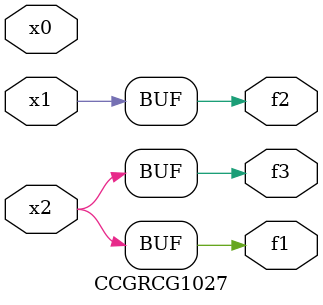
<source format=v>
module CCGRCG1027(
	input x0, x1, x2,
	output f1, f2, f3
);
	assign f1 = x2;
	assign f2 = x1;
	assign f3 = x2;
endmodule

</source>
